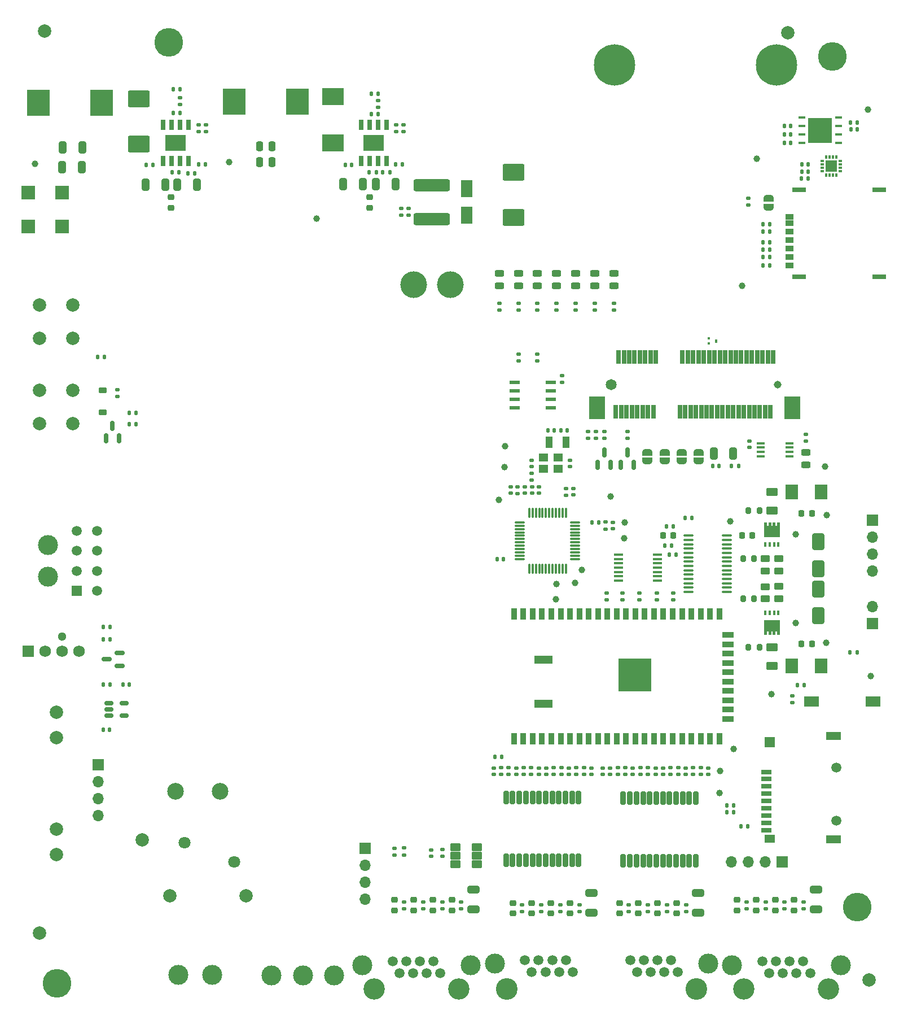
<source format=gts>
G04 #@! TF.GenerationSoftware,KiCad,Pcbnew,7.0.6-0*
G04 #@! TF.CreationDate,2023-12-12T12:04:17-03:00*
G04 #@! TF.ProjectId,nervosinho_rev2.4,6e657276-6f73-4696-9e68-6f5f72657632,rev?*
G04 #@! TF.SameCoordinates,Original*
G04 #@! TF.FileFunction,Soldermask,Top*
G04 #@! TF.FilePolarity,Negative*
%FSLAX46Y46*%
G04 Gerber Fmt 4.6, Leading zero omitted, Abs format (unit mm)*
G04 Created by KiCad (PCBNEW 7.0.6-0) date 2023-12-12 12:04:17*
%MOMM*%
%LPD*%
G01*
G04 APERTURE LIST*
G04 Aperture macros list*
%AMRoundRect*
0 Rectangle with rounded corners*
0 $1 Rounding radius*
0 $2 $3 $4 $5 $6 $7 $8 $9 X,Y pos of 4 corners*
0 Add a 4 corners polygon primitive as box body*
4,1,4,$2,$3,$4,$5,$6,$7,$8,$9,$2,$3,0*
0 Add four circle primitives for the rounded corners*
1,1,$1+$1,$2,$3*
1,1,$1+$1,$4,$5*
1,1,$1+$1,$6,$7*
1,1,$1+$1,$8,$9*
0 Add four rect primitives between the rounded corners*
20,1,$1+$1,$2,$3,$4,$5,0*
20,1,$1+$1,$4,$5,$6,$7,0*
20,1,$1+$1,$6,$7,$8,$9,0*
20,1,$1+$1,$8,$9,$2,$3,0*%
%AMFreePoly0*
4,1,19,0.500000,-0.750000,0.000000,-0.750000,0.000000,-0.744911,-0.071157,-0.744911,-0.207708,-0.704816,-0.327430,-0.627875,-0.420627,-0.520320,-0.479746,-0.390866,-0.500000,-0.250000,-0.500000,0.250000,-0.479746,0.390866,-0.420627,0.520320,-0.327430,0.627875,-0.207708,0.704816,-0.071157,0.744911,0.000000,0.744911,0.000000,0.750000,0.500000,0.750000,0.500000,-0.750000,0.500000,-0.750000,
$1*%
%AMFreePoly1*
4,1,19,0.000000,0.744911,0.071157,0.744911,0.207708,0.704816,0.327430,0.627875,0.420627,0.520320,0.479746,0.390866,0.500000,0.250000,0.500000,-0.250000,0.479746,-0.390866,0.420627,-0.520320,0.327430,-0.627875,0.207708,-0.704816,0.071157,-0.744911,0.000000,-0.744911,0.000000,-0.750000,-0.500000,-0.750000,-0.500000,0.750000,0.000000,0.750000,0.000000,0.744911,0.000000,0.744911,
$1*%
%AMFreePoly2*
4,1,17,1.395000,0.765000,0.855000,0.765000,0.855000,0.535000,1.395000,0.535000,1.395000,0.115000,0.855000,0.115000,0.855000,-0.115000,1.395000,-0.115000,1.395000,-0.535000,0.855000,-0.535000,0.855000,-0.765000,1.395000,-0.765000,1.395000,-1.185000,-0.855000,-1.185000,-0.855000,1.185000,1.395000,1.185000,1.395000,0.765000,1.395000,0.765000,$1*%
G04 Aperture macros list end*
%ADD10C,1.651000*%
%ADD11C,1.143000*%
%ADD12R,0.660400X2.108200*%
%ADD13R,2.438400X3.352800*%
%ADD14C,6.200000*%
%ADD15RoundRect,0.225000X0.250000X-0.225000X0.250000X0.225000X-0.250000X0.225000X-0.250000X-0.225000X0*%
%ADD16R,1.000000X1.800000*%
%ADD17RoundRect,0.102000X0.635000X0.500000X-0.635000X0.500000X-0.635000X-0.500000X0.635000X-0.500000X0*%
%ADD18RoundRect,0.135000X0.185000X-0.135000X0.185000X0.135000X-0.185000X0.135000X-0.185000X-0.135000X0*%
%ADD19RoundRect,0.140000X-0.140000X-0.170000X0.140000X-0.170000X0.140000X0.170000X-0.140000X0.170000X0*%
%ADD20RoundRect,0.135000X-0.185000X0.135000X-0.185000X-0.135000X0.185000X-0.135000X0.185000X0.135000X0*%
%ADD21RoundRect,0.140000X0.170000X-0.140000X0.170000X0.140000X-0.170000X0.140000X-0.170000X-0.140000X0*%
%ADD22RoundRect,0.140000X0.140000X0.170000X-0.140000X0.170000X-0.140000X-0.170000X0.140000X-0.170000X0*%
%ADD23RoundRect,0.135000X0.135000X0.185000X-0.135000X0.185000X-0.135000X-0.185000X0.135000X-0.185000X0*%
%ADD24C,2.000000*%
%ADD25R,1.700000X1.700000*%
%ADD26O,1.700000X1.700000*%
%ADD27RoundRect,0.140000X-0.170000X0.140000X-0.170000X-0.140000X0.170000X-0.140000X0.170000X0.140000X0*%
%ADD28FreePoly0,90.000000*%
%ADD29FreePoly1,90.000000*%
%ADD30C,1.000000*%
%ADD31RoundRect,0.135000X-0.135000X-0.185000X0.135000X-0.185000X0.135000X0.185000X-0.135000X0.185000X0*%
%ADD32RoundRect,0.100000X-0.637500X-0.100000X0.637500X-0.100000X0.637500X0.100000X-0.637500X0.100000X0*%
%ADD33RoundRect,0.243750X0.456250X-0.243750X0.456250X0.243750X-0.456250X0.243750X-0.456250X-0.243750X0*%
%ADD34RoundRect,0.250000X-0.325000X-0.650000X0.325000X-0.650000X0.325000X0.650000X-0.325000X0.650000X0*%
%ADD35RoundRect,0.147500X0.172500X-0.147500X0.172500X0.147500X-0.172500X0.147500X-0.172500X-0.147500X0*%
%ADD36R,0.650000X1.525000*%
%ADD37R,3.100000X2.400000*%
%ADD38R,0.450000X0.400000*%
%ADD39R,0.450000X0.500000*%
%ADD40C,2.500000*%
%ADD41C,4.000000*%
%ADD42RoundRect,0.195000X-0.195000X0.805000X-0.195000X-0.805000X0.195000X-0.805000X0.195000X0.805000X0*%
%ADD43RoundRect,0.147500X-0.147500X-0.172500X0.147500X-0.172500X0.147500X0.172500X-0.147500X0.172500X0*%
%ADD44R,1.800000X2.500000*%
%ADD45R,0.300000X0.570000*%
%ADD46R,0.570000X0.300000*%
%ADD47R,1.750000X1.750000*%
%ADD48C,4.300000*%
%ADD49RoundRect,0.218750X0.256250X-0.218750X0.256250X0.218750X-0.256250X0.218750X-0.256250X-0.218750X0*%
%ADD50R,1.879600X2.260600*%
%ADD51RoundRect,0.225000X-0.375000X0.225000X-0.375000X-0.225000X0.375000X-0.225000X0.375000X0.225000X0*%
%ADD52C,3.200000*%
%ADD53C,1.500000*%
%ADD54C,3.000000*%
%ADD55R,1.600000X0.600000*%
%ADD56R,1.550000X0.600000*%
%ADD57RoundRect,0.200000X-0.200000X-0.275000X0.200000X-0.275000X0.200000X0.275000X-0.200000X0.275000X0*%
%ADD58RoundRect,0.225000X0.225000X0.250000X-0.225000X0.250000X-0.225000X-0.250000X0.225000X-0.250000X0*%
%ADD59RoundRect,0.250000X-0.450000X0.262500X-0.450000X-0.262500X0.450000X-0.262500X0.450000X0.262500X0*%
%ADD60R,3.500000X4.000000*%
%ADD61R,0.420000X0.700000*%
%ADD62FreePoly2,90.000000*%
%ADD63RoundRect,0.243750X-0.456250X0.243750X-0.456250X-0.243750X0.456250X-0.243750X0.456250X0.243750X0*%
%ADD64RoundRect,0.250000X-0.650000X0.325000X-0.650000X-0.325000X0.650000X-0.325000X0.650000X0.325000X0*%
%ADD65R,1.600200X0.711200*%
%ADD66C,1.498600*%
%ADD67R,1.498600X1.193800*%
%ADD68R,2.209800X1.193800*%
%ADD69R,1.498600X1.600200*%
%ADD70RoundRect,0.250000X0.625000X-0.375000X0.625000X0.375000X-0.625000X0.375000X-0.625000X-0.375000X0*%
%ADD71RoundRect,0.250000X0.325000X0.650000X-0.325000X0.650000X-0.325000X-0.650000X0.325000X-0.650000X0*%
%ADD72R,3.300000X2.500000*%
%ADD73RoundRect,0.075000X-0.075000X0.662500X-0.075000X-0.662500X0.075000X-0.662500X0.075000X0.662500X0*%
%ADD74RoundRect,0.075000X-0.662500X0.075000X-0.662500X-0.075000X0.662500X-0.075000X0.662500X0.075000X0*%
%ADD75RoundRect,0.150000X0.587500X0.150000X-0.587500X0.150000X-0.587500X-0.150000X0.587500X-0.150000X0*%
%ADD76R,2.000000X2.000000*%
%ADD77RoundRect,0.250000X0.650000X-1.000000X0.650000X1.000000X-0.650000X1.000000X-0.650000X-1.000000X0*%
%ADD78R,1.150000X0.350000*%
%ADD79RoundRect,0.250000X0.250000X0.475000X-0.250000X0.475000X-0.250000X-0.475000X0.250000X-0.475000X0*%
%ADD80RoundRect,0.250000X1.400000X1.000000X-1.400000X1.000000X-1.400000X-1.000000X1.400000X-1.000000X0*%
%ADD81RoundRect,0.225000X-0.225000X-0.250000X0.225000X-0.250000X0.225000X0.250000X-0.225000X0.250000X0*%
%ADD82RoundRect,0.150000X0.150000X-0.587500X0.150000X0.587500X-0.150000X0.587500X-0.150000X-0.587500X0*%
%ADD83RoundRect,0.150000X-0.512500X-0.150000X0.512500X-0.150000X0.512500X0.150000X-0.512500X0.150000X0*%
%ADD84RoundRect,0.250000X-1.400000X-1.000000X1.400000X-1.000000X1.400000X1.000000X-1.400000X1.000000X0*%
%ADD85C,3.250000*%
%ADD86R,1.400000X1.200000*%
%ADD87R,1.520000X1.520000*%
%ADD88C,1.520000*%
%ADD89R,1.143000X0.812800*%
%ADD90R,2.108200X0.711200*%
%ADD91RoundRect,0.147500X-0.172500X0.147500X-0.172500X-0.147500X0.172500X-0.147500X0.172500X0.147500X0*%
%ADD92R,2.180000X1.600000*%
%ADD93C,1.800000*%
%ADD94R,1.409700X0.355600*%
%ADD95RoundRect,0.250000X2.450000X-0.650000X2.450000X0.650000X-2.450000X0.650000X-2.450000X-0.650000X0*%
%ADD96C,1.300000*%
%ADD97RoundRect,0.102000X0.765000X0.765000X-0.765000X0.765000X-0.765000X-0.765000X0.765000X-0.765000X0*%
%ADD98C,1.754000*%
%ADD99R,0.900000X1.800000*%
%ADD100R,1.800000X0.900000*%
%ADD101R,5.000000X5.000000*%
%ADD102R,2.700000X1.200000*%
%ADD103R,1.112398X0.457200*%
%ADD104R,3.606800X3.708400*%
%ADD105RoundRect,0.250000X-0.650000X1.000000X-0.650000X-1.000000X0.650000X-1.000000X0.650000X1.000000X0*%
%ADD106FreePoly2,270.000000*%
%ADD107RoundRect,0.250000X-0.625000X0.375000X-0.625000X-0.375000X0.625000X-0.375000X0.625000X0.375000X0*%
G04 APERTURE END LIST*
D10*
X88898997Y-55842002D03*
D11*
X113898999Y-55842002D03*
D12*
X89598998Y-59942001D03*
X89999000Y-51742000D03*
X90398999Y-59942001D03*
X90798998Y-51742000D03*
X91199000Y-59942001D03*
X91598999Y-51742000D03*
X91998998Y-59942001D03*
X92398998Y-51742000D03*
X92798999Y-59942001D03*
X93198998Y-51742000D03*
X93598998Y-59942001D03*
X93998999Y-51742000D03*
X94398999Y-59942001D03*
X94798998Y-51742000D03*
X95198997Y-59942001D03*
X95598999Y-51742000D03*
X99198998Y-59942001D03*
X99598997Y-51742000D03*
X99998999Y-59942001D03*
X100398998Y-51742000D03*
X100798997Y-59942001D03*
X101198999Y-51742000D03*
X101598998Y-59942001D03*
X101998997Y-51742000D03*
X102398997Y-59942001D03*
X102798998Y-51742000D03*
X103198998Y-59942001D03*
X103598997Y-51742000D03*
X103998999Y-59942001D03*
X104398998Y-51742000D03*
X104798997Y-59942001D03*
X105198999Y-51742000D03*
X105598998Y-59942001D03*
X105998997Y-51742000D03*
X106398996Y-59942001D03*
X106798998Y-51742000D03*
X107198997Y-59942001D03*
X107598996Y-51742000D03*
X107998998Y-59942001D03*
X108398997Y-51742000D03*
X108798997Y-59942001D03*
X109198996Y-51742000D03*
X109598998Y-59942001D03*
X109998997Y-51742000D03*
X110398996Y-59942001D03*
X110798998Y-51742000D03*
X111198997Y-59942001D03*
X111598996Y-51742000D03*
X111998998Y-59942001D03*
X112398997Y-51742000D03*
X112798996Y-59942001D03*
X113198995Y-51742000D03*
D13*
X86749002Y-59319701D03*
X116048994Y-59319701D03*
D14*
X113689150Y-7973601D03*
X89381350Y-7973601D03*
D15*
X79835716Y-135163813D03*
X79835716Y-133613813D03*
D16*
X79601980Y-64481773D03*
X82101980Y-64481773D03*
D17*
X68754000Y-127769000D03*
X68754000Y-126499000D03*
X68754000Y-125229000D03*
X65554000Y-125229000D03*
X65554000Y-126499000D03*
X65554000Y-127769000D03*
D18*
X28123573Y-17936573D03*
X28123573Y-16916573D03*
D19*
X124848702Y-17642593D03*
X125808702Y-17642593D03*
D20*
X75551074Y-133878813D03*
X75551074Y-134898813D03*
D21*
X77011980Y-72165441D03*
X77011980Y-71205441D03*
D22*
X24163573Y-15155573D03*
X23203573Y-15155573D03*
D15*
X113495716Y-134676773D03*
X113495716Y-133126773D03*
D23*
X109395000Y-122082000D03*
X108375000Y-122082000D03*
X100980000Y-75836000D03*
X99960000Y-75836000D03*
D18*
X74967921Y-44675573D03*
X74967921Y-43655573D03*
D19*
X79381980Y-62751773D03*
X80341980Y-62751773D03*
D24*
X5682000Y-104946000D03*
X5682000Y-108756000D03*
D22*
X49958573Y-22906773D03*
X48998573Y-22906773D03*
D20*
X81263930Y-133878813D03*
X81263930Y-134898813D03*
D25*
X114534000Y-127435000D03*
D26*
X111994000Y-127435000D03*
X109454000Y-127435000D03*
X106914000Y-127435000D03*
D27*
X109642821Y-64319872D03*
X109642821Y-65279872D03*
D28*
X94335373Y-67321396D03*
D29*
X94335373Y-66021396D03*
D30*
X108558573Y-41096773D03*
D31*
X25411573Y-24211973D03*
X26431573Y-24211973D03*
D32*
X100505491Y-78494273D03*
X100505491Y-79144273D03*
X100505491Y-79794273D03*
X100505491Y-80444273D03*
X100505491Y-81094273D03*
X100505491Y-81744273D03*
X100505491Y-82394273D03*
X100505491Y-83044273D03*
X100505491Y-83694273D03*
X100505491Y-84344273D03*
X100505491Y-84994273D03*
X100505491Y-85644273D03*
X100505491Y-86294273D03*
X100505491Y-86944273D03*
X106230491Y-86944273D03*
X106230491Y-86294273D03*
X106230491Y-85644273D03*
X106230491Y-84994273D03*
X106230491Y-84344273D03*
X106230491Y-83694273D03*
X106230491Y-83044273D03*
X106230491Y-82394273D03*
X106230491Y-81744273D03*
X106230491Y-81094273D03*
X106230491Y-80444273D03*
X106230491Y-79794273D03*
X106230491Y-79144273D03*
X106230491Y-78494273D03*
D24*
X3107000Y-138107000D03*
D33*
X118101021Y-67870972D03*
X118101021Y-65995972D03*
D22*
X82321980Y-62751773D03*
X81361980Y-62751773D03*
D34*
X6541573Y-23307973D03*
X9491573Y-23307973D03*
D20*
X78407502Y-133878813D03*
X78407502Y-134898813D03*
D30*
X121201173Y-75394273D03*
D24*
X34078573Y-132496773D03*
X22678573Y-132496773D03*
D34*
X48665573Y-25807573D03*
X51615573Y-25807573D03*
D35*
X61873000Y-126599000D03*
X61873000Y-125629000D03*
D27*
X103445051Y-113330057D03*
X103445051Y-114290057D03*
D36*
X21628573Y-22354973D03*
X22898573Y-22354973D03*
X24168573Y-22354973D03*
X25438573Y-22354973D03*
X25438573Y-16930973D03*
X24168573Y-16930973D03*
X22898573Y-16930973D03*
X21628573Y-16930973D03*
D37*
X23533573Y-19642973D03*
D20*
X63553930Y-133391773D03*
X63553930Y-134411773D03*
D31*
X111671279Y-35647593D03*
X112691279Y-35647593D03*
D18*
X91020435Y-114320057D03*
X91020435Y-113300057D03*
D15*
X92976787Y-135163813D03*
X92976787Y-133613813D03*
D28*
X99466173Y-67321396D03*
D29*
X99466173Y-66021396D03*
D19*
X86032804Y-76531773D03*
X86992804Y-76531773D03*
D21*
X81518573Y-55516773D03*
X81518573Y-54556773D03*
D38*
X103516998Y-48929419D03*
X103516998Y-49729419D03*
D39*
X104666998Y-49329419D03*
D30*
X84494000Y-83623000D03*
D40*
X23495964Y-116861773D03*
X30245964Y-116861773D03*
D41*
X59245964Y-40861773D03*
X64745964Y-40861773D03*
D42*
X101598573Y-117850183D03*
X100608573Y-117850183D03*
X99618573Y-117850183D03*
X98628573Y-117850183D03*
X97638573Y-117850183D03*
X96648573Y-117850183D03*
X95658573Y-117850183D03*
X94668573Y-117850183D03*
X93678573Y-117850183D03*
X92688573Y-117850183D03*
X91698573Y-117850183D03*
X90708573Y-117850183D03*
X90708573Y-127250183D03*
X91698573Y-127250183D03*
X92688573Y-127250183D03*
X93678573Y-127250183D03*
X94668573Y-127250183D03*
X95658573Y-127250183D03*
X96648573Y-127250183D03*
X97638573Y-127250183D03*
X98628573Y-127250183D03*
X99618573Y-127250183D03*
X100608573Y-127250183D03*
X101598573Y-127250183D03*
D43*
X97618573Y-81346773D03*
X98588573Y-81346773D03*
D44*
X67178573Y-30511773D03*
X67178573Y-26511773D03*
D20*
X116068000Y-102496000D03*
X116068000Y-103516000D03*
D45*
X121154464Y-24472593D03*
X121654464Y-24472593D03*
X122154464Y-24472593D03*
X122654464Y-24472593D03*
D46*
X123269464Y-23857593D03*
X123269464Y-23357593D03*
X123269464Y-22857593D03*
X123269464Y-22357593D03*
D45*
X122654464Y-21742593D03*
X122154464Y-21742593D03*
X121654464Y-21742593D03*
X121154464Y-21742593D03*
D46*
X120539464Y-22357593D03*
X120539464Y-22857593D03*
X120539464Y-23357593D03*
X120539464Y-23857593D03*
D47*
X121904464Y-23107593D03*
D48*
X122093573Y-6696773D03*
D18*
X72366265Y-114320057D03*
X72366265Y-113300057D03*
X88083573Y-77506773D03*
X88083573Y-76486773D03*
D15*
X107782860Y-134676773D03*
X107782860Y-133126773D03*
D19*
X15625000Y-100861000D03*
X16585000Y-100861000D03*
D49*
X52635973Y-29345073D03*
X52635973Y-27770073D03*
D30*
X90933573Y-76496773D03*
D27*
X63606000Y-125593000D03*
X63606000Y-126553000D03*
D43*
X97223573Y-77161773D03*
X98193573Y-77161773D03*
D48*
X22542000Y-4578000D03*
D43*
X104106473Y-68095796D03*
X105076473Y-68095796D03*
D18*
X80712031Y-44672711D03*
X80712031Y-43652711D03*
D25*
X128050000Y-76210000D03*
D26*
X128050000Y-78750000D03*
X128050000Y-81290000D03*
X128050000Y-83830000D03*
D21*
X73783573Y-72156773D03*
X73783573Y-71196773D03*
D50*
X120428373Y-98011773D03*
X116008773Y-98011773D03*
D49*
X22888573Y-29368073D03*
X22888573Y-27793073D03*
D18*
X24164573Y-13863573D03*
X24164573Y-12843573D03*
D21*
X82101980Y-72450350D03*
X82101980Y-71490350D03*
D51*
X12604573Y-56692573D03*
X12604573Y-59992573D03*
D24*
X127600000Y-145100000D03*
D20*
X90592000Y-87096000D03*
X90592000Y-88116000D03*
D23*
X107240181Y-118926773D03*
X106220181Y-118926773D03*
D52*
X108818573Y-146436773D03*
X121518573Y-146436773D03*
D53*
X118738573Y-144086773D03*
X117718573Y-142306773D03*
X116698573Y-144086773D03*
X115678573Y-142306773D03*
X114658573Y-144086773D03*
X113638573Y-142306773D03*
X112618573Y-144086773D03*
X111598573Y-142306773D03*
D54*
X107018573Y-142936773D03*
X123318573Y-142936773D03*
D30*
X44699000Y-30947000D03*
X83495000Y-85595000D03*
X80636000Y-85787000D03*
D25*
X11955000Y-112826000D03*
D26*
X11955000Y-115366000D03*
X11955000Y-117906000D03*
X11955000Y-120446000D03*
D20*
X94413511Y-113300057D03*
X94413511Y-114320057D03*
D18*
X81407801Y-114320057D03*
X81407801Y-113300057D03*
D21*
X58463573Y-30441773D03*
X58463573Y-29481773D03*
D20*
X101179663Y-113300057D03*
X101179663Y-114320057D03*
D55*
X74418573Y-55511773D03*
D56*
X74418573Y-56781773D03*
X74418573Y-58051773D03*
X74418573Y-59321773D03*
X79818573Y-59321773D03*
X79818573Y-58051773D03*
X79818573Y-56781773D03*
X79818573Y-55511773D03*
D22*
X112661279Y-38017593D03*
X111701279Y-38017593D03*
D20*
X74863573Y-71166773D03*
X74863573Y-72186773D03*
X57841074Y-125341000D03*
X57841074Y-126361000D03*
D52*
X53318573Y-146436773D03*
X66018573Y-146436773D03*
D53*
X63238573Y-144086773D03*
X62218573Y-142306773D03*
X61198573Y-144086773D03*
X60178573Y-142306773D03*
X59158573Y-144086773D03*
X58138573Y-142306773D03*
X57118573Y-144086773D03*
X56098573Y-142306773D03*
D54*
X51518573Y-142936773D03*
X67818573Y-142936773D03*
D15*
X110639288Y-134676773D03*
X110639288Y-133126773D03*
D57*
X109476173Y-74726773D03*
X111126173Y-74726773D03*
D20*
X102317355Y-113300057D03*
X102317355Y-114320057D03*
D22*
X72728573Y-82031773D03*
X71768573Y-82031773D03*
D21*
X100051971Y-114290057D03*
X100051971Y-113330057D03*
D58*
X118993573Y-94734273D03*
X117443573Y-94734273D03*
D20*
X76897033Y-113300057D03*
X76897033Y-114320057D03*
D59*
X112032373Y-81989273D03*
X112032373Y-83814273D03*
D30*
X107263573Y-110486773D03*
D18*
X97786587Y-114320057D03*
X97786587Y-113300057D03*
D60*
X12435573Y-13614973D03*
X2935573Y-13614973D03*
D27*
X82738707Y-67191773D03*
X82738707Y-68151773D03*
D31*
X117444578Y-25002593D03*
X118464578Y-25002593D03*
D34*
X19053573Y-25896573D03*
X22003573Y-25896573D03*
D30*
X110768573Y-22006773D03*
D43*
X117469578Y-22857593D03*
X118439578Y-22857593D03*
D61*
X112043573Y-79800393D03*
X112693573Y-79800393D03*
X113343573Y-79800393D03*
X113993573Y-79800393D03*
D62*
X113018573Y-77845393D03*
D22*
X115845780Y-18372593D03*
X114885780Y-18372593D03*
D18*
X77839976Y-44681773D03*
X77839976Y-43661773D03*
D20*
X93275819Y-113300057D03*
X93275819Y-114320057D03*
D23*
X107240181Y-119986773D03*
X106220181Y-119986773D03*
D63*
X80712031Y-39195073D03*
X80712031Y-41070073D03*
D19*
X52931173Y-15344373D03*
X53891173Y-15344373D03*
D31*
X12675000Y-100861000D03*
X13695000Y-100861000D03*
D18*
X85445373Y-63884554D03*
X85445373Y-62864554D03*
D21*
X78024725Y-114290057D03*
X78024725Y-113330057D03*
D64*
X119628573Y-131606773D03*
X119628573Y-134556773D03*
D15*
X56412860Y-134676773D03*
X56412860Y-133126773D03*
D35*
X83191980Y-72425350D03*
X83191980Y-71455350D03*
D20*
X112067502Y-133391773D03*
X112067502Y-134411773D03*
D65*
X112172619Y-113913296D03*
X112172619Y-115013296D03*
X112172619Y-116113297D03*
X112172619Y-117213297D03*
X112172619Y-118313297D03*
X112172619Y-119413295D03*
X112172619Y-120513295D03*
X112172619Y-121613296D03*
X112172619Y-122713296D03*
D66*
X122672619Y-121240296D03*
X122672619Y-113240296D03*
D67*
X112678619Y-123910296D03*
D68*
X122272619Y-124040296D03*
D69*
X112673619Y-109440296D03*
D68*
X122272619Y-108540296D03*
D15*
X59269288Y-134676773D03*
X59269288Y-133126773D03*
D59*
X112032373Y-86143394D03*
X112032373Y-87968394D03*
D70*
X113018573Y-74725393D03*
X113018573Y-71925393D03*
D63*
X72095866Y-39204135D03*
X72095866Y-41079135D03*
D20*
X26987573Y-16909573D03*
X26987573Y-17929573D03*
D71*
X9543573Y-20273973D03*
X6593573Y-20273973D03*
D30*
X31603573Y-22490173D03*
D34*
X23810573Y-25896573D03*
X26760573Y-25896573D03*
D64*
X101966072Y-132093813D03*
X101966072Y-135043813D03*
D23*
X17597000Y-61785000D03*
X16577000Y-61785000D03*
D72*
X47127373Y-19632573D03*
X47137373Y-12732573D03*
D31*
X111671279Y-31797593D03*
X112691279Y-31797593D03*
D73*
X82101980Y-75109273D03*
X81601980Y-75109273D03*
X81101980Y-75109273D03*
X80601980Y-75109273D03*
X80101980Y-75109273D03*
X79601980Y-75109273D03*
X79101980Y-75109273D03*
X78601980Y-75109273D03*
X78101980Y-75109273D03*
X77601980Y-75109273D03*
X77101980Y-75109273D03*
X76601980Y-75109273D03*
D74*
X75189480Y-76521773D03*
X75189480Y-77021773D03*
X75189480Y-77521773D03*
X75189480Y-78021773D03*
X75189480Y-78521773D03*
X75189480Y-79021773D03*
X75189480Y-79521773D03*
X75189480Y-80021773D03*
X75189480Y-80521773D03*
X75189480Y-81021773D03*
X75189480Y-81521773D03*
X75189480Y-82021773D03*
D73*
X76601980Y-83434273D03*
X77101980Y-83434273D03*
X77601980Y-83434273D03*
X78101980Y-83434273D03*
X78601980Y-83434273D03*
X79101980Y-83434273D03*
X79601980Y-83434273D03*
X80101980Y-83434273D03*
X80601980Y-83434273D03*
X81101980Y-83434273D03*
X81601980Y-83434273D03*
X82101980Y-83434273D03*
D74*
X83514480Y-82021773D03*
X83514480Y-81521773D03*
X83514480Y-81021773D03*
X83514480Y-80521773D03*
X83514480Y-80021773D03*
X83514480Y-79521773D03*
X83514480Y-79021773D03*
X83514480Y-78521773D03*
X83514480Y-78021773D03*
X83514480Y-77521773D03*
X83514480Y-77021773D03*
X83514480Y-76521773D03*
D24*
X8088573Y-43908573D03*
X3088573Y-43908573D03*
X8088573Y-48908573D03*
X3088573Y-48908573D03*
D18*
X86456141Y-44672711D03*
X86456141Y-43652711D03*
D20*
X56412860Y-125376000D03*
X56412860Y-126396000D03*
D19*
X52931173Y-12300373D03*
X53891173Y-12300373D03*
D30*
X2450573Y-22752573D03*
X72993573Y-65096773D03*
D22*
X72428573Y-111651773D03*
X71468573Y-111651773D03*
D75*
X15112500Y-98011000D03*
X15112500Y-96111000D03*
X13237500Y-97061000D03*
D15*
X90120359Y-135163813D03*
X90120359Y-133613813D03*
D25*
X51942000Y-125379000D03*
D26*
X51942000Y-127919000D03*
X51942000Y-130459000D03*
X51942000Y-132999000D03*
D19*
X12685000Y-107644000D03*
X13645000Y-107644000D03*
D21*
X76965254Y-68151773D03*
X76965254Y-67191773D03*
D20*
X98226000Y-87096000D03*
X98226000Y-88116000D03*
D21*
X57388573Y-30441773D03*
X57388573Y-29481773D03*
D76*
X6490573Y-27106573D03*
X1440573Y-27106573D03*
X6490573Y-32156573D03*
X1440573Y-32156573D03*
D30*
X80578000Y-88023000D03*
D77*
X119951173Y-90534273D03*
X119951173Y-86534273D03*
D28*
X102031573Y-67321396D03*
D29*
X102031573Y-66021396D03*
D35*
X87660418Y-114295057D03*
X87660418Y-113325057D03*
D20*
X117780358Y-133391773D03*
X117780358Y-134411773D03*
D22*
X112661279Y-34537593D03*
X111701279Y-34537593D03*
X112661279Y-36727593D03*
X111701279Y-36727593D03*
D78*
X111303221Y-64637672D03*
X111303221Y-65287672D03*
X111303221Y-65937672D03*
X111303221Y-66587672D03*
X115653221Y-66587672D03*
X115653221Y-65937672D03*
X115653221Y-65287672D03*
X115653221Y-64637672D03*
D27*
X78081980Y-71205441D03*
X78081980Y-72165441D03*
D63*
X89328199Y-39195073D03*
X89328199Y-41070073D03*
D15*
X95833215Y-135163813D03*
X95833215Y-133613813D03*
D30*
X106743573Y-76346773D03*
D79*
X38003573Y-22481773D03*
X36103573Y-22481773D03*
D23*
X17597000Y-60109000D03*
X16577000Y-60109000D03*
D15*
X74122860Y-135163813D03*
X74122860Y-133613813D03*
D30*
X127438573Y-14666773D03*
D80*
X74223573Y-30815273D03*
X74223573Y-24015273D03*
D30*
X88838000Y-72621000D03*
D81*
X117443573Y-75154273D03*
X118993573Y-75154273D03*
D28*
X112511026Y-29261193D03*
D29*
X112511026Y-27961193D03*
D30*
X116561173Y-91610550D03*
X105273573Y-113776773D03*
D58*
X110083573Y-78491773D03*
X108533573Y-78491773D03*
D20*
X57841074Y-133391773D03*
X57841074Y-134411773D03*
D27*
X88755051Y-113330057D03*
X88755051Y-114290057D03*
D57*
X108696173Y-88004273D03*
X110346173Y-88004273D03*
D54*
X23968573Y-144391773D03*
X29048573Y-144391773D03*
D20*
X93158000Y-87096000D03*
X93158000Y-88116000D03*
D21*
X82535493Y-114290057D03*
X82535493Y-113330057D03*
D23*
X13695000Y-94079000D03*
X12675000Y-94079000D03*
D31*
X56518573Y-22881773D03*
X57538573Y-22881773D03*
D60*
X41803573Y-13490173D03*
X32303573Y-13490173D03*
D64*
X68258573Y-131606773D03*
X68258573Y-134556773D03*
D20*
X60697502Y-133391773D03*
X60697502Y-134411773D03*
D18*
X73503957Y-114320057D03*
X73503957Y-113300057D03*
D20*
X91312773Y-62864554D03*
X91312773Y-63884554D03*
D15*
X82692144Y-135163813D03*
X82692144Y-133613813D03*
D82*
X86882973Y-67888296D03*
X88782973Y-67888296D03*
X87832973Y-66013296D03*
D20*
X87832973Y-62864554D03*
X87832973Y-63884554D03*
D63*
X86456141Y-39195073D03*
X86456141Y-41070073D03*
D59*
X114021173Y-86133394D03*
X114021173Y-87958394D03*
D83*
X13556500Y-103587000D03*
X13556500Y-104537000D03*
X13556500Y-105487000D03*
X15831500Y-105487000D03*
X15831500Y-103587000D03*
D18*
X89882743Y-114320057D03*
X89882743Y-113300057D03*
D28*
X96900773Y-67321396D03*
D29*
X96900773Y-66021396D03*
D84*
X17982573Y-12993973D03*
X17982573Y-19793973D03*
D20*
X97261429Y-133878813D03*
X97261429Y-134898813D03*
X118101021Y-63324672D03*
X118101021Y-64344672D03*
D31*
X22992573Y-24062573D03*
X24012573Y-24062573D03*
D23*
X117883573Y-100876773D03*
X116863573Y-100876773D03*
D85*
X73193573Y-146436773D03*
X101643573Y-146436773D03*
D53*
X98868573Y-143896773D03*
X97848573Y-142116773D03*
X96828573Y-143896773D03*
X95808573Y-142116773D03*
X94788573Y-143896773D03*
X93768573Y-142116773D03*
X92748573Y-143896773D03*
X91728573Y-142116773D03*
X83108573Y-143896773D03*
X82088573Y-142116773D03*
X81068573Y-143896773D03*
X80048573Y-142116773D03*
X79028573Y-143896773D03*
X78008573Y-142116773D03*
X76988573Y-143896773D03*
X75968573Y-142116773D03*
D54*
X103418573Y-142636773D03*
X71418573Y-142636773D03*
D24*
X3852000Y-2893000D03*
D86*
X78751980Y-68521773D03*
X80951980Y-68521773D03*
X80951980Y-66821773D03*
X78751980Y-66821773D03*
D23*
X13695000Y-92224000D03*
X12675000Y-92224000D03*
D27*
X71238573Y-113330057D03*
X71238573Y-114290057D03*
D25*
X128125000Y-91710000D03*
D26*
X128125000Y-89170000D03*
D20*
X57729173Y-16917173D03*
X57729173Y-17937173D03*
D21*
X95541203Y-114290057D03*
X95541203Y-113330057D03*
D42*
X84013573Y-117780183D03*
X83023573Y-117780183D03*
X82033573Y-117780183D03*
X81043573Y-117780183D03*
X80053573Y-117780183D03*
X79063573Y-117780183D03*
X78073573Y-117780183D03*
X77083573Y-117780183D03*
X76093573Y-117780183D03*
X75103573Y-117780183D03*
X74113573Y-117780183D03*
X73123573Y-117780183D03*
X73123573Y-127180183D03*
X74113573Y-127180183D03*
X75103573Y-127180183D03*
X76093573Y-127180183D03*
X77083573Y-127180183D03*
X78073573Y-127180183D03*
X79063573Y-127180183D03*
X80053573Y-127180183D03*
X81043573Y-127180183D03*
X82033573Y-127180183D03*
X83023573Y-127180183D03*
X84013573Y-127180183D03*
D71*
X107209473Y-66165396D03*
X104259473Y-66165396D03*
D18*
X86613773Y-63884554D03*
X86613773Y-62864554D03*
D23*
X97926173Y-80012136D03*
X96906173Y-80012136D03*
D18*
X80270109Y-114320057D03*
X80270109Y-113300057D03*
D31*
X26974573Y-22877973D03*
X27994573Y-22877973D03*
D18*
X72095866Y-44681773D03*
X72095866Y-43661773D03*
D54*
X37943573Y-144411773D03*
X42643573Y-144411773D03*
X47343573Y-144411773D03*
D15*
X76979288Y-135163813D03*
X76979288Y-133613813D03*
D54*
X4421573Y-79955823D03*
X4421573Y-84635823D03*
D87*
X8741573Y-86795823D03*
D88*
X8741573Y-83795823D03*
X8741573Y-80795823D03*
X8741573Y-77795823D03*
X11741573Y-86795823D03*
X11741573Y-83795823D03*
X11741573Y-80795823D03*
X11741573Y-77795823D03*
D57*
X108696173Y-81964273D03*
X110346173Y-81964273D03*
D89*
X115629578Y-32937593D03*
X115629578Y-35477593D03*
X115629578Y-38017593D03*
X115629578Y-31667593D03*
X115629578Y-34207593D03*
X115629578Y-36747593D03*
X115629578Y-30717593D03*
D90*
X117109639Y-39687593D03*
X117109639Y-26687593D03*
X129109580Y-39687593D03*
X129109580Y-26687593D03*
D27*
X85928573Y-113330057D03*
X85928573Y-114290057D03*
X96658895Y-113330057D03*
X96658895Y-114290057D03*
D18*
X76965254Y-70181773D03*
X76965254Y-69161773D03*
D20*
X83663185Y-113300057D03*
X83663185Y-114320057D03*
D81*
X96641173Y-78514273D03*
X98191173Y-78514273D03*
D57*
X109476173Y-95214273D03*
X111126173Y-95214273D03*
D22*
X112661279Y-32937593D03*
X111701279Y-32937593D03*
D31*
X52608573Y-24056773D03*
X53628573Y-24056773D03*
D24*
X115422000Y-3114000D03*
D22*
X20103573Y-22903973D03*
X19143573Y-22903973D03*
D91*
X75921980Y-71190441D03*
X75921980Y-72160441D03*
D63*
X83584086Y-39195073D03*
X83584086Y-41070073D03*
D22*
X118434578Y-23930093D03*
X117474578Y-23930093D03*
X115845780Y-19642593D03*
X114885780Y-19642593D03*
D15*
X116352144Y-134676773D03*
X116352144Y-133126773D03*
X62125716Y-134676773D03*
X62125716Y-133126773D03*
D19*
X23204573Y-11626573D03*
X24164573Y-11626573D03*
D27*
X74631649Y-113330057D03*
X74631649Y-114290057D03*
X79142417Y-113330057D03*
X79142417Y-114290057D03*
D82*
X90362773Y-67888296D03*
X92262773Y-67888296D03*
X91312773Y-66013296D03*
D30*
X72923573Y-68276773D03*
D31*
X11881573Y-51699573D03*
X12901573Y-51699573D03*
D27*
X92148127Y-113330057D03*
X92148127Y-114290057D03*
D92*
X118970000Y-103393000D03*
X128150000Y-103393000D03*
D20*
X84800877Y-113300057D03*
X84800877Y-114320057D03*
D31*
X124745000Y-95972000D03*
X125765000Y-95972000D03*
D48*
X125838573Y-134166773D03*
D30*
X121121173Y-94554273D03*
D64*
X85968573Y-132093813D03*
X85968573Y-135043813D03*
D20*
X66410358Y-133391773D03*
X66410358Y-134411773D03*
D30*
X105143573Y-117046773D03*
D20*
X91548573Y-133878813D03*
X91548573Y-134898813D03*
X100117857Y-133878813D03*
X100117857Y-134898813D03*
D93*
X24858573Y-124516773D03*
X32358573Y-127416773D03*
D18*
X53893773Y-14332373D03*
X53893773Y-13312373D03*
D24*
X8143573Y-56728573D03*
X3143573Y-56728573D03*
X8143573Y-61728573D03*
X3143573Y-61728573D03*
D23*
X107985021Y-68095796D03*
X106965021Y-68095796D03*
D30*
X90843573Y-78926773D03*
D48*
X5739573Y-145608573D03*
D18*
X89328199Y-44672711D03*
X89328199Y-43652711D03*
D30*
X120945821Y-68118295D03*
D20*
X94405001Y-133878813D03*
X94405001Y-134898813D03*
D22*
X115845780Y-17102593D03*
X114885780Y-17102593D03*
D63*
X74967921Y-39215073D03*
X74967921Y-41090073D03*
D79*
X38003573Y-20119573D03*
X36103573Y-20119573D03*
D18*
X109444578Y-28977593D03*
X109444578Y-27957593D03*
X14772573Y-57689573D03*
X14772573Y-56669573D03*
D20*
X84120358Y-133878813D03*
X84120358Y-134898813D03*
D94*
X89960823Y-81346815D03*
X89960823Y-81996801D03*
X89960823Y-82646787D03*
X89960823Y-83296773D03*
X89960823Y-83946759D03*
X89960823Y-84596745D03*
X89960823Y-85246731D03*
X95866323Y-85246731D03*
X95866323Y-84596745D03*
X95866323Y-83946759D03*
X95866323Y-83296773D03*
X95866323Y-82646787D03*
X95866323Y-81996801D03*
X95866323Y-81346815D03*
D95*
X61988573Y-31061773D03*
X61988573Y-25961773D03*
D30*
X112907000Y-102277000D03*
D18*
X83584086Y-44672711D03*
X83584086Y-43652711D03*
D23*
X125838702Y-16562593D03*
X124818702Y-16562593D03*
D20*
X77839976Y-51261000D03*
X77839976Y-52281000D03*
X95725750Y-87096000D03*
X95725750Y-88116000D03*
D30*
X72033573Y-73186773D03*
D59*
X114021173Y-81989273D03*
X114021173Y-83814273D03*
D15*
X98689643Y-135163813D03*
X98689643Y-133613813D03*
D34*
X53612373Y-25809373D03*
X56562373Y-25809373D03*
D24*
X5682000Y-122529000D03*
X5682000Y-126339000D03*
D96*
X6468000Y-93655000D03*
D97*
X1388000Y-95815000D03*
D98*
X3928000Y-95815000D03*
X6468000Y-95815000D03*
X9008000Y-95815000D03*
D99*
X74318573Y-108981773D03*
X75718573Y-108981773D03*
X77118573Y-108981773D03*
X78518573Y-108981773D03*
X79918573Y-108981773D03*
X81318573Y-108981773D03*
X82718573Y-108981773D03*
X84118573Y-108981773D03*
X85518573Y-108981773D03*
X86918573Y-108981773D03*
X88318573Y-108981773D03*
X89718573Y-108981773D03*
X91118573Y-108981773D03*
X92518573Y-108981773D03*
X93918573Y-108981773D03*
X95318573Y-108981773D03*
X96718573Y-108981773D03*
X98118573Y-108981773D03*
X99518573Y-108981773D03*
X100918573Y-108981773D03*
X102318573Y-108981773D03*
X103718573Y-108981773D03*
X105118573Y-108981773D03*
D100*
X106418573Y-105981773D03*
X106418573Y-104581773D03*
X106418573Y-103181773D03*
X106418573Y-101781773D03*
X106418573Y-100381773D03*
X106418573Y-98981773D03*
X106418573Y-97581773D03*
X106418573Y-96181773D03*
X106418573Y-94781773D03*
X106418573Y-93381773D03*
D99*
X105118573Y-90281773D03*
X103718573Y-90281773D03*
X102318573Y-90281773D03*
X100918573Y-90281773D03*
X99518573Y-90281773D03*
X98118573Y-90281773D03*
X96718573Y-90281773D03*
X95318573Y-90281773D03*
X93918573Y-90281773D03*
X92518573Y-90281773D03*
X91118573Y-90281773D03*
X89718573Y-90281773D03*
X88318573Y-90281773D03*
X86918573Y-90281773D03*
X85518573Y-90281773D03*
X84118573Y-90281773D03*
X82718573Y-90281773D03*
X81318573Y-90281773D03*
X79918573Y-90281773D03*
X78518573Y-90281773D03*
X77118573Y-90281773D03*
X75718573Y-90281773D03*
X74318573Y-90281773D03*
D101*
X92418573Y-99381773D03*
D102*
X78718573Y-103681773D03*
X78718573Y-97081773D03*
D24*
X18548573Y-124136773D03*
D20*
X75759341Y-113300057D03*
X75759341Y-114320057D03*
X74967921Y-51261000D03*
X74967921Y-52281000D03*
D63*
X77839976Y-39204135D03*
X77839976Y-41079135D03*
D82*
X13134573Y-63892073D03*
X15034573Y-63892073D03*
X14084573Y-62017073D03*
D27*
X89163573Y-76516773D03*
X89163573Y-77476773D03*
D103*
X122986379Y-19642593D03*
X122986379Y-18372593D03*
X122986379Y-17102593D03*
X122986379Y-15832593D03*
X117494777Y-15832593D03*
X117494777Y-17102593D03*
X117494777Y-18372593D03*
X117494777Y-19642593D03*
D104*
X120240578Y-17737593D03*
D105*
X119951173Y-79436773D03*
X119951173Y-83436773D03*
D36*
X51352521Y-22348973D03*
X52622521Y-22348973D03*
X53892521Y-22348973D03*
X55162521Y-22348973D03*
X55162521Y-16924973D03*
X53892521Y-16924973D03*
X52622521Y-16924973D03*
X51352521Y-16924973D03*
D37*
X53257521Y-19636973D03*
D30*
X127838000Y-99597000D03*
D31*
X54640573Y-24056773D03*
X55660573Y-24056773D03*
D30*
X116561173Y-78300393D03*
D61*
X113993573Y-90110550D03*
X113343573Y-90110550D03*
X112693573Y-90110550D03*
X112043573Y-90110550D03*
D106*
X113018573Y-92065550D03*
D107*
X113018573Y-95230550D03*
X113018573Y-98030550D03*
D20*
X88225000Y-87096000D03*
X88225000Y-88116000D03*
D15*
X64982144Y-134676773D03*
X64982144Y-133126773D03*
D50*
X120428373Y-71935393D03*
X116008773Y-71935393D03*
D20*
X56636973Y-16917173D03*
X56636973Y-17937173D03*
X114923930Y-133391773D03*
X114923930Y-134411773D03*
X109211074Y-133391773D03*
X109211074Y-134411773D03*
D18*
X98924279Y-114320057D03*
X98924279Y-113300057D03*
M02*

</source>
